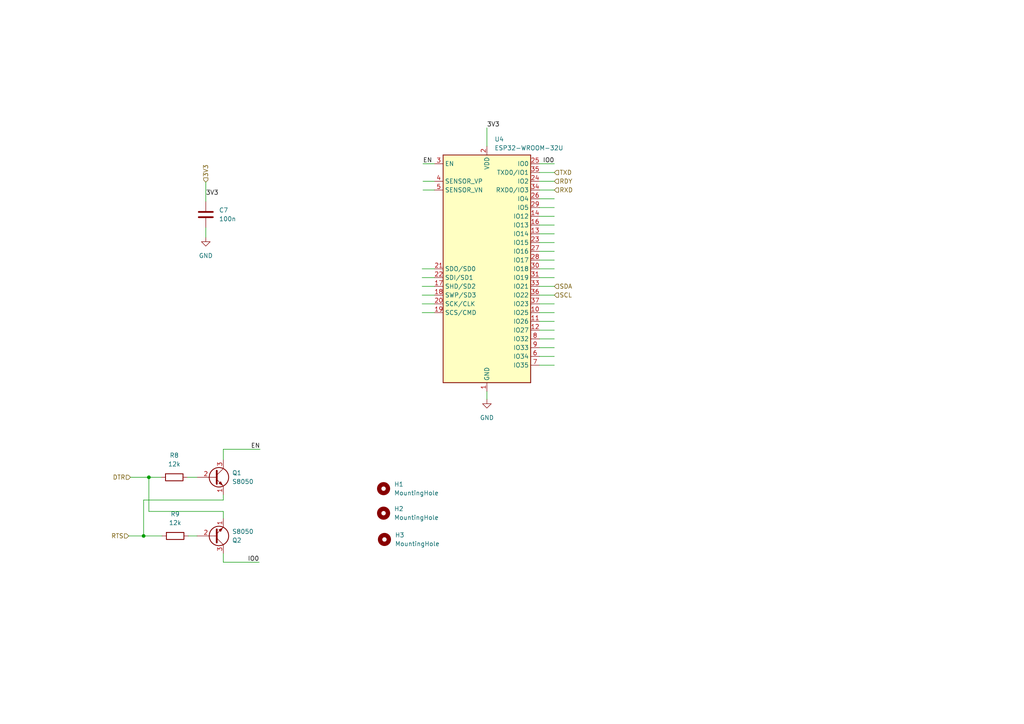
<source format=kicad_sch>
(kicad_sch (version 20230121) (generator eeschema)
  (paper "A4")
  (lib_symbols
    (symbol "Device:C" (pin_numbers hide) (pin_names (offset 0.254))
      (property "Reference" "C" (at 0.635 2.54 0))
      (property "Value" "C" (at 0.635 -2.54 0))
      (symbol "C_0_1"
        (polyline (pts (xy -2.032 -0.762) (xy 2.032 -0.762)) (stroke (width 0.508)))
        (polyline (pts (xy -2.032 0.762) (xy 2.032 0.762)) (stroke (width 0.508)))
      )
      (symbol "C_1_1"
        (pin passive line (at 0 3.81 270) (length 2.794) (name "~") (number "1"))
        (pin passive line (at 0 -3.81 90) (length 2.794) (name "~") (number "2"))
      )
    )
    (symbol "Device:R" (pin_numbers hide) (pin_names (offset 0))
      (property "Reference" "R" (at 2.032 0 90))
      (property "Value" "R" (at 0 0 90))
      (symbol "R_0_1"
        (rectangle (start -1.016 -2.54) (end 1.016 2.54) (stroke (width 0.254)))
      )
      (symbol "R_1_1"
        (pin passive line (at 0 3.81 270) (length 1.27) (name "~") (number "1"))
        (pin passive line (at 0 -3.81 90) (length 1.27) (name "~") (number "2"))
      )
    )
    (symbol "Mechanical:MountingHole" (pin_names (offset 1.016))
      (property "Reference" "H" (at 0 5.08 0))
      (property "Value" "MountingHole" (at 0 3.175 0))
      (symbol "MountingHole_0_1"
        (circle (center 0 0) (radius 1.27) (stroke (width 1.27)))
      )
    )
    (symbol "RF_Module:ESP32-WROOM-32U"
      (property "Reference" "U" (at -12.7 34.29 0))
      (property "Value" "ESP32-WROOM-32U" (at 1.27 34.29 0))
      (symbol "ESP32-WROOM-32U_0_1"
        (rectangle (start -12.7 33.02) (end 12.7 -33.02) (stroke (width 0.254)) (fill (type background)))
      )
      (symbol "ESP32-WROOM-32U_1_1"
        (pin power_in line (at 0 -35.56 90) (length 2.54) (name "GND") (number "1"))
        (pin bidirectional line (at 15.24 -12.7 180) (length 2.54) (name "IO25") (number "10"))
        (pin bidirectional line (at 15.24 -15.24 180) (length 2.54) (name "IO26") (number "11"))
        (pin bidirectional line (at 15.24 -17.78 180) (length 2.54) (name "IO27") (number "12"))
        (pin bidirectional line (at 15.24 10.16 180) (length 2.54) (name "IO14") (number "13"))
        (pin bidirectional line (at 15.24 15.24 180) (length 2.54) (name "IO12") (number "14"))
        (pin passive line (at 0 -35.56 90) (length 2.54) hide (name "GND") (number "15"))
        (pin bidirectional line (at 15.24 12.7 180) (length 2.54) (name "IO13") (number "16"))
        (pin bidirectional line (at -15.24 -5.08 0) (length 2.54) (name "SHD/SD2") (number "17"))
        (pin bidirectional line (at -15.24 -7.62 0) (length 2.54) (name "SWP/SD3") (number "18"))
        (pin bidirectional line (at -15.24 -12.7 0) (length 2.54) (name "SCS/CMD") (number "19"))
        (pin power_in line (at 0 35.56 270) (length 2.54) (name "VDD") (number "2"))
        (pin bidirectional line (at -15.24 -10.16 0) (length 2.54) (name "SCK/CLK") (number "20"))
        (pin bidirectional line (at -15.24 0 0) (length 2.54) (name "SDO/SD0") (number "21"))
        (pin bidirectional line (at -15.24 -2.54 0) (length 2.54) (name "SDI/SD1") (number "22"))
        (pin bidirectional line (at 15.24 7.62 180) (length 2.54) (name "IO15") (number "23"))
        (pin bidirectional line (at 15.24 25.4 180) (length 2.54) (name "IO2") (number "24"))
        (pin bidirectional line (at 15.24 30.48 180) (length 2.54) (name "IO0") (number "25"))
        (pin bidirectional line (at 15.24 20.32 180) (length 2.54) (name "IO4") (number "26"))
        (pin bidirectional line (at 15.24 5.08 180) (length 2.54) (name "IO16") (number "27"))
        (pin bidirectional line (at 15.24 2.54 180) (length 2.54) (name "IO17") (number "28"))
        (pin bidirectional line (at 15.24 17.78 180) (length 2.54) (name "IO5") (number "29"))
        (pin input line (at -15.24 30.48 0) (length 2.54) (name "EN") (number "3"))
        (pin bidirectional line (at 15.24 0 180) (length 2.54) (name "IO18") (number "30"))
        (pin bidirectional line (at 15.24 -2.54 180) (length 2.54) (name "IO19") (number "31"))
        (pin no_connect line (at -12.7 -27.94 0) (length 2.54) hide (name "NC") (number "32"))
        (pin bidirectional line (at 15.24 -5.08 180) (length 2.54) (name "IO21") (number "33"))
        (pin bidirectional line (at 15.24 22.86 180) (length 2.54) (name "RXD0/IO3") (number "34"))
        (pin bidirectional line (at 15.24 27.94 180) (length 2.54) (name "TXD0/IO1") (number "35"))
        (pin bidirectional line (at 15.24 -7.62 180) (length 2.54) (name "IO22") (number "36"))
        (pin bidirectional line (at 15.24 -10.16 180) (length 2.54) (name "IO23") (number "37"))
        (pin passive line (at 0 -35.56 90) (length 2.54) hide (name "GND") (number "38"))
        (pin passive line (at 0 -35.56 90) (length 2.54) hide (name "GND") (number "39"))
        (pin input line (at -15.24 25.4 0) (length 2.54) (name "SENSOR_VP") (number "4"))
        (pin input line (at -15.24 22.86 0) (length 2.54) (name "SENSOR_VN") (number "5"))
        (pin input line (at 15.24 -25.4 180) (length 2.54) (name "IO34") (number "6"))
        (pin input line (at 15.24 -27.94 180) (length 2.54) (name "IO35") (number "7"))
        (pin bidirectional line (at 15.24 -20.32 180) (length 2.54) (name "IO32") (number "8"))
        (pin bidirectional line (at 15.24 -22.86 180) (length 2.54) (name "IO33") (number "9"))
      )
    )
    (symbol "Transistor_BJT:S8050" (pin_names (offset 0) hide)
      (property "Reference" "Q" (at 5.08 1.905 0))
      (property "Value" "S8050" (at 5.08 0 0))
      (symbol "S8050_0_1"
        (polyline (pts (xy 0 0) (xy 0.635 0)))
        (polyline (pts (xy 0.635 0.635) (xy 2.54 2.54)))
        (polyline (pts (xy 0.635 -0.635) (xy 2.54 -2.54) (xy 2.54 -2.54)))
        (polyline (pts (xy 0.635 1.905) (xy 0.635 -1.905) (xy 0.635 -1.905)) (stroke (width 0.508)))
        (polyline (pts (xy 1.27 -1.778) (xy 1.778 -1.27) (xy 2.286 -2.286) (xy 1.27 -1.778) (xy 1.27 -1.778)) (fill (type outline)))
        (circle (center 1.27 0) (radius 2.8194) (stroke (width 0.254)))
      )
      (symbol "S8050_1_1"
        (pin passive line (at 2.54 -5.08 90) (length 2.54) (name "E") (number "1"))
        (pin input line (at -5.08 0 0) (length 5.08) (name "B") (number "2"))
        (pin passive line (at 2.54 5.08 270) (length 2.54) (name "C") (number "3"))
      )
    )
    (symbol "power:GND" (power) (pin_names (offset 0))
      (property "Value" "GND" (at 0 -3.81 0))
      (symbol "GND_0_1"
        (polyline (pts (xy 0 0) (xy 0 -1.27) (xy 1.27 -1.27) (xy 0 -2.54) (xy -1.27 -1.27) (xy 0 -1.27)))
      )
      (symbol "GND_1_1"
        (pin power_in line (at 0 0 270) (length 0) hide (name "GND") (number "1"))
      )
    )
  )
  (junction (at 43.18 138.43))
  (junction (at 41.656 155.448))
  (wire (pts (xy 41.656 145.034) (xy 41.656 155.448)))
  (wire (pts (xy 156.464 88.138) (xy 160.782 88.138)))
  (wire (pts (xy 156.464 80.518) (xy 160.782 80.518)))
  (wire (pts (xy 54.61 155.448) (xy 57.15 155.448)))
  (wire (pts (xy 156.464 98.298) (xy 160.782 98.298)))
  (wire (pts (xy 156.464 90.678) (xy 160.782 90.678)))
  (wire (pts (xy 122.428 77.978) (xy 125.984 77.978)))
  (wire (pts (xy 64.77 148.336) (xy 43.18 148.336)))
  (wire (pts (xy 64.77 130.302) (xy 75.438 130.302)))
  (wire (pts (xy 156.464 103.378) (xy 160.782 103.378)))
  (wire (pts (xy 64.77 163.068) (xy 75.184 163.068)))
  (wire (pts (xy 122.428 85.598) (xy 125.984 85.598)))
  (wire (pts (xy 43.18 138.43) (xy 46.736 138.43)))
  (wire (pts (xy 156.464 67.818) (xy 160.782 67.818)))
  (wire (pts (xy 122.682 47.498) (xy 125.984 47.498)))
  (wire (pts (xy 41.656 145.034) (xy 64.77 145.034)))
  (wire (pts (xy 59.69 52.832) (xy 59.69 58.42)))
  (wire (pts (xy 156.464 60.198) (xy 160.782 60.198)))
  (wire (pts (xy 156.464 70.358) (xy 160.782 70.358)))
  (wire (pts (xy 156.464 95.758) (xy 160.782 95.758)))
  (wire (pts (xy 141.224 113.538) (xy 141.224 115.824)))
  (wire (pts (xy 64.77 145.034) (xy 64.77 143.51)))
  (wire (pts (xy 156.464 65.278) (xy 160.782 65.278)))
  (wire (pts (xy 156.464 50.038) (xy 160.782 50.038)))
  (wire (pts (xy 156.464 93.218) (xy 160.782 93.218)))
  (wire (pts (xy 37.846 138.43) (xy 43.18 138.43)))
  (wire (pts (xy 156.464 52.578) (xy 160.782 52.578)))
  (wire (pts (xy 122.428 88.138) (xy 125.984 88.138)))
  (wire (pts (xy 122.682 55.118) (xy 125.984 55.118)))
  (wire (pts (xy 64.77 160.528) (xy 64.77 163.068)))
  (wire (pts (xy 54.356 138.43) (xy 57.15 138.43)))
  (wire (pts (xy 156.464 55.118) (xy 160.782 55.118)))
  (wire (pts (xy 37.338 155.448) (xy 41.656 155.448)))
  (wire (pts (xy 141.224 37.084) (xy 141.224 42.418)))
  (wire (pts (xy 156.464 62.738) (xy 160.782 62.738)))
  (wire (pts (xy 64.77 133.35) (xy 64.77 130.302)))
  (wire (pts (xy 156.464 100.838) (xy 160.782 100.838)))
  (wire (pts (xy 156.464 77.978) (xy 160.782 77.978)))
  (wire (pts (xy 156.464 72.898) (xy 160.782 72.898)))
  (wire (pts (xy 43.18 138.43) (xy 43.18 148.336)))
  (wire (pts (xy 64.77 150.368) (xy 64.77 148.336)))
  (wire (pts (xy 156.464 57.658) (xy 160.782 57.658)))
  (wire (pts (xy 59.69 66.04) (xy 59.69 68.834)))
  (wire (pts (xy 156.464 47.498) (xy 160.782 47.498)))
  (wire (pts (xy 156.464 75.438) (xy 160.782 75.438)))
  (wire (pts (xy 122.428 83.058) (xy 125.984 83.058)))
  (wire (pts (xy 122.428 90.678) (xy 125.984 90.678)))
  (wire (pts (xy 156.464 83.058) (xy 160.782 83.058)))
  (wire (pts (xy 41.656 155.448) (xy 46.99 155.448)))
  (wire (pts (xy 122.682 52.578) (xy 125.984 52.578)))
  (wire (pts (xy 122.428 80.518) (xy 125.984 80.518)))
  (wire (pts (xy 156.464 105.918) (xy 160.782 105.918)))
  (wire (pts (xy 156.464 85.598) (xy 160.782 85.598)))
  (label "EN" (at 122.682 47.498 0))
  (label "3V3" (at 141.224 37.084 0))
  (label "IO0" (at 160.782 47.498 180))
  (label "3V3" (at 59.69 56.896 0))
  (label "EN" (at 75.438 130.302 180))
  (label "IO0" (at 75.184 163.068 180))
  (hierarchical_label "DTR" (shape input) (at 37.846 138.43 180))
  (hierarchical_label "RDY" (shape input) (at 160.782 52.578 0))
  (hierarchical_label "TXD" (shape input) (at 160.782 50.038 0))
  (hierarchical_label "RXD" (shape input) (at 160.782 55.118 0))
  (hierarchical_label "SDA" (shape input) (at 160.782 83.058 0))
  (hierarchical_label "RTS" (shape input) (at 37.338 155.448 180))
  (hierarchical_label "SCL" (shape input) (at 160.782 85.598 0))
  (hierarchical_label "3V3" (shape input) (at 59.69 52.832 90))
  (symbol (lib_id "Mechanical:MountingHole") (at 111.506 156.464 0) (unit 1)
    (property "Reference" "H3" (at 114.554 155.194 0) (effects (justify left)))
    (property "Value" "MountingHole" (at 114.554 157.734 0) (effects (justify left)))
    (property "Footprint" "MountingHole:MountingHole_3mm" (effects hide))
  )
  (symbol (lib_id "Device:R") (at 50.546 138.43 90) (unit 1)
    (property "Reference" "R8" (at 50.546 132.08 90))
    (property "Value" "12k" (at 50.546 134.62 90))
    (property "Footprint" "Resistor_SMD:R_0805_2012Metric" (effects hide))
  )
  (symbol (lib_id "Transistor_BJT:S8050") (at 62.23 155.448 0) (mirror x) (unit 1)
    (property "Reference" "Q2" (at 67.31 156.718 0) (effects (justify left)))
    (property "Value" "S8050" (at 67.31 154.178 0) (effects (justify left)))
    (property "Footprint" "Package_TO_SOT_SMD:SOT-23" (effects hide))
    (property "Datasheet" "http://www.unisonic.com.tw/datasheet/S8050.pdf" (effects hide))
  )
  (symbol (lib_id "power:GND") (at 141.224 115.824 0) (unit 1)
    (property "Reference" "#PWR014" (effects hide))
    (property "Value" "GND" (at 141.224 121.158 0))
  )
  (symbol (lib_id "Mechanical:MountingHole") (at 111.252 141.732 0) (unit 1)
    (property "Reference" "H1" (at 114.3 140.462 0) (effects (justify left)))
    (property "Value" "MountingHole" (at 114.3 143.002 0) (effects (justify left)))
    (property "Footprint" "MountingHole:MountingHole_3mm" (effects hide))
  )
  (symbol (lib_id "RF_Module:ESP32-WROOM-32U") (at 141.224 77.978 0) (unit 1)
    (property "Reference" "U4" (at 143.4181 40.386 0) (effects (justify left)))
    (property "Value" "ESP32-WROOM-32U" (at 143.4181 42.926 0) (effects (justify left)))
    (property "Footprint" "RF_Module:ESP32-WROOM-32U" (effects hide))
    (property "Datasheet" "https://www.espressif.com/sites/default/files/documentation/esp32-wroom-32d_esp32-wroom-32u_datasheet_en.pdf" (effects hide))
  )
  (symbol (lib_id "Device:C") (at 59.69 62.23 0) (unit 1)
    (property "Reference" "C7" (at 63.5 60.96 0) (effects (justify left)))
    (property "Value" "100n" (at 63.5 63.5 0) (effects (justify left)))
    (property "Footprint" "Capacitor_SMD:C_0805_2012Metric" (effects hide))
  )
  (symbol (lib_id "Mechanical:MountingHole") (at 111.252 148.844 0) (unit 1)
    (property "Reference" "H2" (at 114.3 147.574 0) (effects (justify left)))
    (property "Value" "MountingHole" (at 114.3 150.114 0) (effects (justify left)))
    (property "Footprint" "MountingHole:MountingHole_3mm" (effects hide))
  )
  (symbol (lib_id "Transistor_BJT:S8050") (at 62.23 138.43 0) (unit 1)
    (property "Reference" "Q1" (at 67.31 137.16 0) (effects (justify left)))
    (property "Value" "S8050" (at 67.31 139.7 0) (effects (justify left)))
    (property "Footprint" "Package_TO_SOT_SMD:SOT-23" (effects hide))
    (property "Datasheet" "http://www.unisonic.com.tw/datasheet/S8050.pdf" (effects hide))
  )
  (symbol (lib_id "Device:R") (at 50.8 155.448 90) (unit 1)
    (property "Reference" "R9" (at 50.8 149.098 90))
    (property "Value" "12k" (at 50.8 151.638 90))
    (property "Footprint" "Resistor_SMD:R_0805_2012Metric" (effects hide))
  )
  (symbol (lib_id "power:GND") (at 59.69 68.834 0) (unit 1)
    (property "Reference" "#PWR024" (effects hide))
    (property "Value" "GND" (at 59.69 74.168 0))
  )
)
</source>
